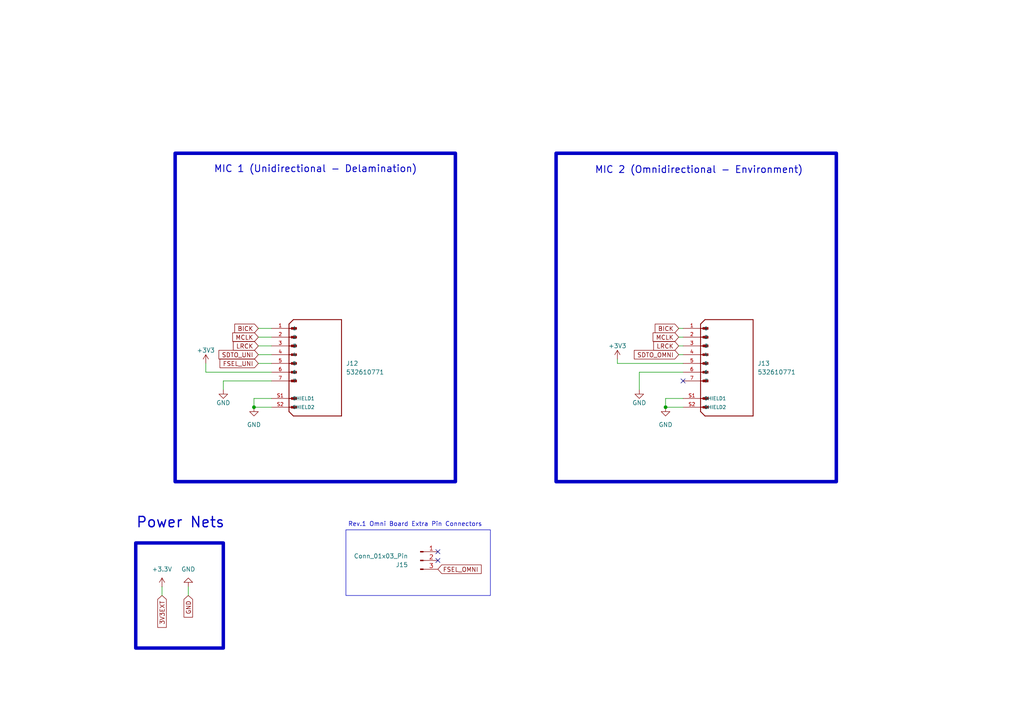
<source format=kicad_sch>
(kicad_sch (version 20231120) (generator "eeschema") (generator_version "8.0")
  (paper "A4")
  (lib_symbols
    (symbol "532610771:532610771" (pin_names (offset 1.016))
      (property "Reference" "J" (at -7.62 13.97 0))
      (property "Value" "532610771" (at -7.62 -17.78 0))
      (symbol "532610771_0_0"
        (rectangle (start -6.985 -13.0175) (end -5.3975 -12.3825) (stroke (width 0.1)) (fill (type outline)))
        (rectangle (start -6.985 -10.4775) (end -5.3975 -9.8425) (stroke (width 0.1)) (fill (type outline)))
        (rectangle (start -6.985 -5.3975) (end -5.3975 -4.7625) (stroke (width 0.1)) (fill (type outline)))
        (rectangle (start -6.985 -2.8575) (end -5.3975 -2.2225) (stroke (width 0.1)) (fill (type outline)))
        (rectangle (start -6.985 -0.3175) (end -5.3975 0.3175) (stroke (width 0.1)) (fill (type outline)))
        (rectangle (start -6.985 2.2225) (end -5.3975 2.8575) (stroke (width 0.1)) (fill (type outline)))
        (rectangle (start -6.985 4.7625) (end -5.3975 5.3975) (stroke (width 0.1)) (fill (type outline)))
        (rectangle (start -6.985 7.3025) (end -5.3975 7.9375) (stroke (width 0.1)) (fill (type outline)))
        (rectangle (start -6.985 9.8425) (end -5.3975 10.4775) (stroke (width 0.1)) (fill (type outline)))
        (polyline (pts (xy -7.62 -13.97) (xy -6.35 -15.24)) (stroke (width 0.254)))
        (polyline (pts (xy -7.62 -12.7) (xy -5.715 -12.7)) (stroke (width 0.254)))
        (polyline (pts (xy -7.62 -10.16) (xy -5.715 -10.16)) (stroke (width 0.254)))
        (polyline (pts (xy -7.62 -5.08) (xy -5.715 -5.08)) (stroke (width 0.254)))
        (polyline (pts (xy -7.62 -2.54) (xy -5.715 -2.54)) (stroke (width 0.254)))
        (polyline (pts (xy -7.62 0) (xy -5.715 0)) (stroke (width 0.254)))
        (polyline (pts (xy -7.62 2.54) (xy -5.715 2.54)) (stroke (width 0.254)))
        (polyline (pts (xy -7.62 5.08) (xy -5.715 5.08)) (stroke (width 0.254)))
        (polyline (pts (xy -7.62 7.62) (xy -5.715 7.62)) (stroke (width 0.254)))
        (polyline (pts (xy -7.62 10.16) (xy -5.715 10.16)) (stroke (width 0.254)))
        (polyline (pts (xy -7.62 11.43) (xy -7.62 -13.97)) (stroke (width 0.254)))
        (polyline (pts (xy -7.62 11.43) (xy -6.35 12.7)) (stroke (width 0.254)))
        (polyline (pts (xy -6.35 -15.24) (xy 7.62 -15.24)) (stroke (width 0.254)))
        (polyline (pts (xy 7.62 -15.24) (xy 7.62 12.7)) (stroke (width 0.254)))
        (polyline (pts (xy 7.62 12.7) (xy -6.35 12.7)) (stroke (width 0.254)))
        (pin passive line (at -12.7 10.16 0) (length 5.08) (name "1") (number "1"))
        (pin passive line (at -12.7 7.62 0) (length 5.08) (name "2") (number "2"))
        (pin passive line (at -12.7 5.08 0) (length 5.08) (name "3") (number "3"))
        (pin passive line (at -12.7 2.54 0) (length 5.08) (name "4") (number "4"))
        (pin passive line (at -12.7 0 0) (length 5.08) (name "5") (number "5"))
        (pin passive line (at -12.7 -2.54 0) (length 5.08) (name "6") (number "6"))
        (pin passive line (at -12.7 -5.08 0) (length 5.08) (name "7") (number "7"))
        (pin passive line (at -12.7 -10.16 0) (length 5.08) (name "SHIELD1") (number "S1"))
        (pin passive line (at -12.7 -12.7 0) (length 5.08) (name "SHIELD2") (number "S2"))
      )
    )
    (symbol "Connector:Conn_01x03_Pin" (pin_names (offset 1.016) hide)
      (property "Reference" "J" (at 0 5.08 0))
      (property "Value" "Conn_01x03_Pin" (at 0 -5.08 0))
      (symbol "Conn_01x03_Pin_1_1"
        (polyline (pts (xy 1.27 -2.54) (xy 0.8636 -2.54)) (stroke (width 0.1524)))
        (polyline (pts (xy 1.27 0) (xy 0.8636 0)) (stroke (width 0.1524)))
        (polyline (pts (xy 1.27 2.54) (xy 0.8636 2.54)) (stroke (width 0.1524)))
        (rectangle (start 0.8636 -2.413) (end 0 -2.667) (stroke (width 0.1524)) (fill (type outline)))
        (rectangle (start 0.8636 0.127) (end 0 -0.127) (stroke (width 0.1524)) (fill (type outline)))
        (rectangle (start 0.8636 2.667) (end 0 2.413) (stroke (width 0.1524)) (fill (type outline)))
        (pin passive line (at 5.08 2.54 180) (length 3.81) (name "Pin_1") (number "1"))
        (pin passive line (at 5.08 0 180) (length 3.81) (name "Pin_2") (number "2"))
        (pin passive line (at 5.08 -2.54 180) (length 3.81) (name "Pin_3") (number "3"))
      )
    )
    (symbol "power:+3.3V" (power) (pin_numbers hide) (pin_names (offset 0) hide)
      (property "Value" "+3.3V" (at 0 3.556 0))
      (symbol "+3.3V_0_1"
        (polyline (pts (xy -0.762 1.27) (xy 0 2.54)))
        (polyline (pts (xy 0 0) (xy 0 2.54)))
        (polyline (pts (xy 0 2.54) (xy 0.762 1.27)))
      )
      (symbol "+3.3V_1_1"
        (pin power_in line (at 0 0 90) (length 0) (name "~") (number "1"))
      )
    )
    (symbol "power:+3V3" (power) (pin_names (offset 0))
      (property "Value" "+3V3" (at 0 3.556 0))
      (symbol "+3V3_0_1"
        (polyline (pts (xy -0.762 1.27) (xy 0 2.54)))
        (polyline (pts (xy 0 0) (xy 0 2.54)))
        (polyline (pts (xy 0 2.54) (xy 0.762 1.27)))
      )
      (symbol "+3V3_1_1"
        (pin power_in line (at 0 0 90) (length 0) hide (name "+3V3") (number "1"))
      )
    )
    (symbol "power:GND" (power) (pin_names (offset 0))
      (property "Value" "GND" (at 0 -3.81 0))
      (symbol "GND_0_1"
        (polyline (pts (xy 0 0) (xy 0 -1.27) (xy 1.27 -1.27) (xy 0 -2.54) (xy -1.27 -1.27) (xy 0 -1.27)))
      )
      (symbol "GND_1_1"
        (pin power_in line (at 0 0 270) (length 0) hide (name "GND") (number "1"))
      )
    )
  )
  (junction (at 193.04 118.11))
  (junction (at 73.66 118.11))
  (no_connect (at 127 160.02))
  (no_connect (at 127 162.56))
  (no_connect (at 198.12 110.49))
  (wire (pts (xy 54.61 170.18) (xy 54.61 172.72)))
  (wire (pts (xy 198.12 115.57) (xy 193.04 115.57)))
  (wire (pts (xy 78.74 110.49) (xy 64.77 110.49)))
  (wire (pts (xy 59.69 107.95) (xy 78.74 107.95)))
  (wire (pts (xy 78.74 115.57) (xy 73.66 115.57)))
  (wire (pts (xy 64.77 110.49) (xy 64.77 113.03)))
  (wire (pts (xy 74.93 102.87) (xy 78.74 102.87)))
  (wire (pts (xy 74.93 97.79) (xy 78.74 97.79)))
  (wire (pts (xy 196.85 100.33) (xy 198.12 100.33)))
  (wire (pts (xy 196.85 97.79) (xy 198.12 97.79)))
  (wire (pts (xy 185.42 107.95) (xy 198.12 107.95)))
  (wire (pts (xy 193.04 115.57) (xy 193.04 118.11)))
  (wire (pts (xy 179.07 105.41) (xy 198.12 105.41)))
  (wire (pts (xy 196.85 102.87) (xy 198.12 102.87)))
  (wire (pts (xy 185.42 107.95) (xy 185.42 113.03)))
  (wire (pts (xy 46.99 170.18) (xy 46.99 172.72)))
  (wire (pts (xy 179.07 104.14) (xy 179.07 105.41)))
  (wire (pts (xy 74.93 105.41) (xy 78.74 105.41)))
  (wire (pts (xy 196.85 95.25) (xy 198.12 95.25)))
  (wire (pts (xy 193.04 118.11) (xy 198.12 118.11)))
  (wire (pts (xy 59.69 105.41) (xy 59.69 107.95)))
  (wire (pts (xy 73.66 115.57) (xy 73.66 118.11)))
  (wire (pts (xy 73.66 118.11) (xy 78.74 118.11)))
  (wire (pts (xy 74.93 100.33) (xy 78.74 100.33)))
  (wire (pts (xy 74.93 95.25) (xy 78.74 95.25)))
  (rectangle (start 50.8 44.45) (end 132.08 139.7) (stroke (width 1.016)))
  (rectangle (start 39.37 157.48) (end 64.77 187.96) (stroke (width 1)))
  (rectangle (start 161.29 44.45) (end 242.57 139.7) (stroke (width 1.016)))
  (rectangle (start 100.33 153.67) (end 142.24 172.72))
  (text "MIC 2 (Omnidirectional - Environment)" (at 172.466 50.546 0) (effects (font (size 2 2) (thickness 0.25)) (justify left bottom)))
  (text "Rev.1 Omni Board Extra Pin Connectors" (at 120.396 152.146 0) (effects (font (size 1.27 1.27))))
  (text "Power Nets" (at 39.37 153.416 0) (effects (font (size 3 3) (thickness 0.375)) (justify left bottom)))
  (text "MIC 1 (Unidirectional - Delamination)" (at 61.976 50.292 0) (effects (font (size 2 2) (thickness 0.25)) (justify left bottom)))
  (global_label "FSEL_UNI" (shape input) (at 74.93 105.41 180) (property "Intersheetrefs" "${INTERSHEET_REFS}" (effects (hide yes))))
  (global_label "MCLK" (shape input) (at 196.85 97.79 180) (property "Intersheetrefs" "${INTERSHEET_REFS}" (effects (hide yes))))
  (global_label "BICK" (shape input) (at 74.93 95.25 180) (effects (font (thickness 0.1588))) (property "Intersheetrefs" "${INTERSHEET_REFS}" (effects (hide yes))))
  (global_label "GND" (shape input) (at 54.61 172.72 270) (property "Intersheetrefs" "${INTERSHEET_REFS}" (effects (hide yes))))
  (global_label "3V3EXT" (shape input) (at 46.99 172.72 270) (property "Intersheetrefs" "${INTERSHEET_REFS}" (effects (hide yes))))
  (global_label "SDTO_OMNI" (shape input) (at 196.85 102.87 180) (property "Intersheetrefs" "${INTERSHEET_REFS}" (effects (hide yes))))
  (global_label "LRCK" (shape input) (at 74.93 100.33 180) (effects (font (thickness 0.1588))) (property "Intersheetrefs" "${INTERSHEET_REFS}" (effects (hide yes))))
  (global_label "LRCK" (shape input) (at 196.85 100.33 180) (property "Intersheetrefs" "${INTERSHEET_REFS}" (effects (hide yes))))
  (global_label "SDTO_UNI" (shape input) (at 74.93 102.87 180) (effects (font (thickness 0.1588))) (property "Intersheetrefs" "${INTERSHEET_REFS}" (effects (hide yes))))
  (global_label "FSEL_OMNI" (shape input) (at 127 165.1 0) (property "Intersheetrefs" "${INTERSHEET_REFS}" (effects (hide yes))))
  (global_label "MCLK" (shape input) (at 74.93 97.79 180) (effects (font (thickness 0.1588))) (property "Intersheetrefs" "${INTERSHEET_REFS}" (effects (hide yes))))
  (global_label "BICK" (shape input) (at 196.85 95.25 180) (property "Intersheetrefs" "${INTERSHEET_REFS}" (effects (hide yes))))
  (symbol (lib_id "532610771:532610771") (at 210.82 105.41 0) (unit 1)
    (property "Reference" "J13" (at 219.71 105.4099 0) (effects (justify left)))
    (property "Value" "532610771" (at 219.71 107.9499 0) (effects (justify left)))
    (property "Footprint" "Footprints:MOLEX_connector" (effects (hide yes)))
    (property "Description" "Picoblade Connector, 7 Circuit Single Row, Right Angle Surface Mount SMT PCB" (effects (hide yes)))
    (property "DigiKey_Part_Number" "WM7625TR-ND" (effects (hide yes)))
    (property "MF" "Molex" (effects (hide yes)))
    (property "MAXIMUM_PACKAGE_HEIGHT" "3.4 mm" (effects (hide yes)))
    (property "Package" "None" (effects (hide yes)))
    (property "Check_prices" "https://www.snapeda.com/parts/0532610771/Molex/view-part/?ref=eda" (effects (hide yes)))
    (property "STANDARD" "Manufacturer Recommendations" (effects (hide yes)))
    (property "PARTREV" "J" (effects (hide yes)))
    (property "SnapEDA_Link" "https://www.snapeda.com/parts/0532610771/Molex/view-part/?ref=snap" (effects (hide yes)))
    (property "MP" "0532610771" (effects (hide yes)))
    (property "Purchase-URL" "https://www.snapeda.com/api/url_track_click_mouser/?unipart_id=577144&manufacturer=Molex&part_name=0532610771&search_term=None" (effects (hide yes)))
    (property "MANUFACTURER" "Molex" (effects (hide yes)))
  )
  (symbol (lib_id "power:GND") (at 54.61 170.18 180) (unit 1)
    (property "Reference" "#PWR063" (effects (hide yes)))
    (property "Value" "GND" (at 54.61 165.1 0))
    (property "Description" "Power symbol creates a global label with name \"GND\" , ground" (effects (hide yes)))
  )
  (symbol (lib_id "532610771:532610771") (at 91.44 105.41 0) (unit 1)
    (property "Reference" "J12" (at 100.33 105.4099 0) (effects (justify left)))
    (property "Value" "532610771" (at 100.33 107.9499 0) (effects (justify left)))
    (property "Footprint" "Footprints:MOLEX_connector" (effects (hide yes)))
    (property "Description" "Picoblade Connector, 7 Circuit Single Row, Right Angle Surface Mount SMT PCB" (effects (hide yes)))
    (property "DigiKey_Part_Number" "WM7625TR-ND" (effects (hide yes)))
    (property "MF" "Molex" (effects (hide yes)))
    (property "MAXIMUM_PACKAGE_HEIGHT" "3.4 mm" (effects (hide yes)))
    (property "Package" "None" (effects (hide yes)))
    (property "Check_prices" "https://www.snapeda.com/parts/0532610771/Molex/view-part/?ref=eda" (effects (hide yes)))
    (property "STANDARD" "Manufacturer Recommendations" (effects (hide yes)))
    (property "PARTREV" "J" (effects (hide yes)))
    (property "SnapEDA_Link" "https://www.snapeda.com/parts/0532610771/Molex/view-part/?ref=snap" (effects (hide yes)))
    (property "MP" "0532610771" (effects (hide yes)))
    (property "Purchase-URL" "https://www.snapeda.com/api/url_track_click_mouser/?unipart_id=577144&manufacturer=Molex&part_name=0532610771&search_term=None" (effects (hide yes)))
    (property "MANUFACTURER" "Molex" (effects (hide yes)))
  )
  (symbol (lib_id "power:GND") (at 185.42 113.03 0) (unit 1)
    (property "Reference" "#PWR050" (effects (hide yes)))
    (property "Value" "GND" (at 185.42 116.84 0))
  )
  (symbol (lib_id "Connector:Conn_01x03_Pin") (at 121.92 162.56 0) (unit 1)
    (property "Reference" "J15" (at 118.364 163.83 0) (effects (justify right)))
    (property "Value" "Conn_01x03_Pin" (at 118.364 161.29 0) (effects (justify right)))
    (property "Footprint" "Connector_PinHeader_2.54mm:PinHeader_1x03_P2.54mm_Vertical" (effects (hide yes)))
  )
  (symbol (lib_id "power:+3V3") (at 179.07 104.14 0) (unit 1)
    (property "Reference" "#PWR051" (effects (hide yes)))
    (property "Value" "+3V3" (at 179.07 100.33 0))
  )
  (symbol (lib_id "power:GND") (at 73.66 118.11 0) (unit 1)
    (property "Reference" "#PWR049" (effects (hide yes)))
    (property "Value" "GND" (at 73.66 123.19 0))
  )
  (symbol (lib_id "power:+3.3V") (at 46.99 170.18 0) (unit 1)
    (property "Reference" "#PWR062" (effects (hide yes)))
    (property "Value" "+3.3V" (at 46.99 165.1 0))
    (property "Description" "Power symbol creates a global label with name \"+3.3V\"" (effects (hide yes)))
  )
  (symbol (lib_id "power:GND") (at 64.77 113.03 0) (mirror y) (unit 1)
    (property "Reference" "#PWR045" (effects (hide yes)))
    (property "Value" "GND" (at 64.77 116.84 0))
  )
  (symbol (lib_id "power:GND") (at 193.04 118.11 0) (unit 1)
    (property "Reference" "#PWR052" (effects (hide yes)))
    (property "Value" "GND" (at 193.04 123.19 0))
  )
  (symbol (lib_id "power:+3V3") (at 59.69 105.41 0) (unit 1)
    (property "Reference" "#PWR048" (effects (hide yes)))
    (property "Value" "+3V3" (at 59.69 101.6 0))
  )
)
</source>
